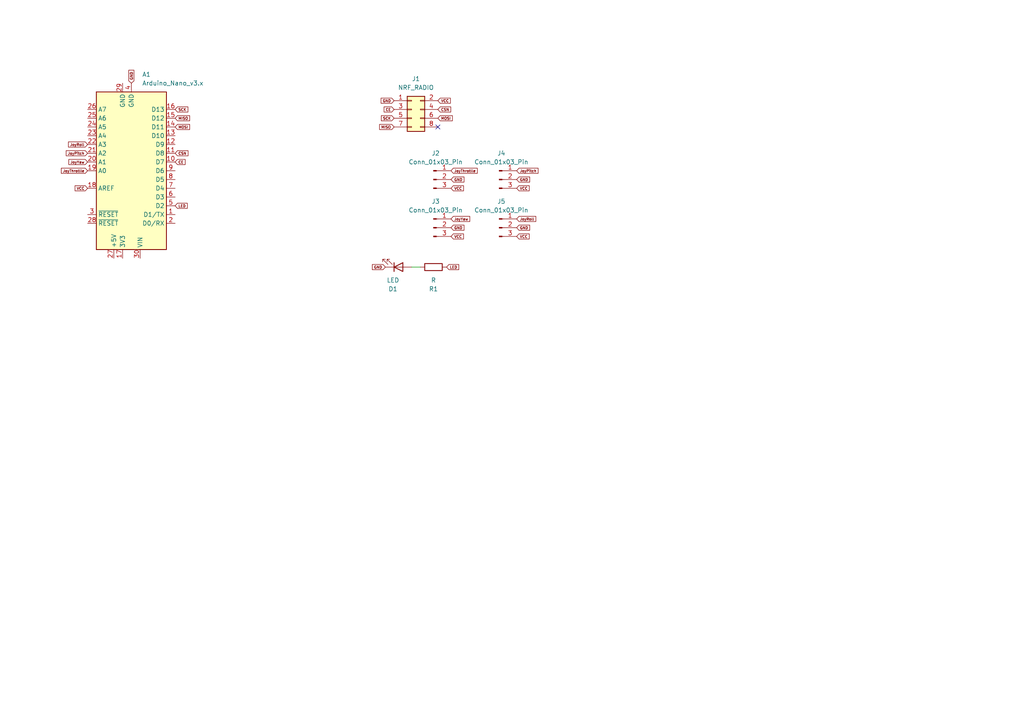
<source format=kicad_sch>
(kicad_sch (version 20250114) (generator "eeschema") (generator_version "9.0")
  (paper "A4")
  (lib_symbols
    (symbol "Connector:Conn_01x03_Pin" (pin_names (offset 1.016) (hide yes))
      (property "Reference" "J" (at 0 5.08 0))
      (property "Value" "Conn_01x03_Pin" (at 0 -5.08 0))
      (symbol "Conn_01x03_Pin_1_1"
        (rectangle (start 0.8636 2.667) (end 0 2.413) (stroke (width 0.1524)) (fill (type outline)))
        (rectangle (start 0.8636 0.127) (end 0 -0.127) (stroke (width 0.1524)) (fill (type outline)))
        (rectangle (start 0.8636 -2.413) (end 0 -2.667) (stroke (width 0.1524)) (fill (type outline)))
        (polyline (pts (xy 1.27 2.54) (xy 0.8636 2.54)) (stroke (width 0.1524)))
        (polyline (pts (xy 1.27 0) (xy 0.8636 0)) (stroke (width 0.1524)))
        (polyline (pts (xy 1.27 -2.54) (xy 0.8636 -2.54)) (stroke (width 0.1524)))
        (pin passive line (at 5.08 2.54 180) (length 3.81) (name "Pin_1") (number "1"))
        (pin passive line (at 5.08 0 180) (length 3.81) (name "Pin_2") (number "2"))
        (pin passive line (at 5.08 -2.54 180) (length 3.81) (name "Pin_3") (number "3"))
      )
    )
    (symbol "Connector_Generic:Conn_02x04_Odd_Even" (pin_names (offset 1.016) (hide yes))
      (property "Reference" "J" (at 1.27 5.08 0))
      (property "Value" "Conn_02x04_Odd_Even" (at 1.27 -7.62 0))
      (symbol "Conn_02x04_Odd_Even_1_1"
        (rectangle (start -1.27 3.81) (end 3.81 -6.35) (stroke (width 0.254)) (fill (type background)))
        (rectangle (start -1.27 2.667) (end 0 2.413) (stroke (width 0.1524)))
        (rectangle (start -1.27 0.127) (end 0 -0.127) (stroke (width 0.1524)))
        (rectangle (start -1.27 -2.413) (end 0 -2.667) (stroke (width 0.1524)))
        (rectangle (start -1.27 -4.953) (end 0 -5.207) (stroke (width 0.1524)))
        (rectangle (start 3.81 2.667) (end 2.54 2.413) (stroke (width 0.1524)))
        (rectangle (start 3.81 0.127) (end 2.54 -0.127) (stroke (width 0.1524)))
        (rectangle (start 3.81 -2.413) (end 2.54 -2.667) (stroke (width 0.1524)))
        (rectangle (start 3.81 -4.953) (end 2.54 -5.207) (stroke (width 0.1524)))
        (pin passive line (at -5.08 2.54 0) (length 3.81) (name "Pin_1") (number "1"))
        (pin passive line (at -5.08 0 0) (length 3.81) (name "Pin_3") (number "3"))
        (pin passive line (at -5.08 -2.54 0) (length 3.81) (name "Pin_5") (number "5"))
        (pin passive line (at -5.08 -5.08 0) (length 3.81) (name "Pin_7") (number "7"))
        (pin passive line (at 7.62 2.54 180) (length 3.81) (name "Pin_2") (number "2"))
        (pin passive line (at 7.62 0 180) (length 3.81) (name "Pin_4") (number "4"))
        (pin passive line (at 7.62 -2.54 180) (length 3.81) (name "Pin_6") (number "6"))
        (pin passive line (at 7.62 -5.08 180) (length 3.81) (name "Pin_8") (number "8"))
      )
    )
    (symbol "Device:LED" (pin_numbers (hide yes)) (pin_names (offset 1.016) (hide yes))
      (property "Reference" "D" (at 0 2.54 0))
      (property "Value" "LED" (at 0 -2.54 0))
      (symbol "LED_0_1"
        (polyline (pts (xy -3.048 -0.762) (xy -4.572 -2.286) (xy -3.81 -2.286) (xy -4.572 -2.286) (xy -4.572 -1.524)))
        (polyline (pts (xy -1.778 -0.762) (xy -3.302 -2.286) (xy -2.54 -2.286) (xy -3.302 -2.286) (xy -3.302 -1.524)))
        (polyline (pts (xy -1.27 0) (xy 1.27 0)))
        (polyline (pts (xy -1.27 -1.27) (xy -1.27 1.27)) (stroke (width 0.254)))
        (polyline (pts (xy 1.27 -1.27) (xy 1.27 1.27) (xy -1.27 0) (xy 1.27 -1.27)) (stroke (width 0.254)))
      )
      (symbol "LED_1_1"
        (pin passive line (at -3.81 0 0) (length 2.54) (name "K") (number "1"))
        (pin passive line (at 3.81 0 180) (length 2.54) (name "A") (number "2"))
      )
    )
    (symbol "Device:R" (pin_numbers (hide yes)) (pin_names (offset 0))
      (property "Reference" "R" (at 2.032 0 90))
      (property "Value" "R" (at 0 0 90))
      (symbol "R_0_1"
        (rectangle (start -1.016 -2.54) (end 1.016 2.54) (stroke (width 0.254)))
      )
      (symbol "R_1_1"
        (pin passive line (at 0 3.81 270) (length 1.27) (name "~") (number "1"))
        (pin passive line (at 0 -3.81 90) (length 1.27) (name "~") (number "2"))
      )
    )
    (symbol "MCU_Module:Arduino_Nano_v3.x"
      (property "Reference" "A" (at -10.16 23.495 0))
      (property "Value" "Arduino_Nano_v3.x" (at 5.08 -24.13 0))
      (symbol "Arduino_Nano_v3.x_0_1"
        (rectangle (start -10.16 22.86) (end 10.16 -22.86) (stroke (width 0.254)) (fill (type background)))
      )
      (symbol "Arduino_Nano_v3.x_1_1"
        (pin bidirectional line (at -12.7 15.24 0) (length 2.54) (name "D0/RX") (number "2"))
        (pin bidirectional line (at -12.7 12.7 0) (length 2.54) (name "D1/TX") (number "1"))
        (pin bidirectional line (at -12.7 10.16 0) (length 2.54) (name "D2") (number "5"))
        (pin bidirectional line (at -12.7 7.62 0) (length 2.54) (name "D3") (number "6"))
        (pin bidirectional line (at -12.7 5.08 0) (length 2.54) (name "D4") (number "7"))
        (pin bidirectional line (at -12.7 2.54 0) (length 2.54) (name "D5") (number "8"))
        (pin bidirectional line (at -12.7 0 0) (length 2.54) (name "D6") (number "9"))
        (pin bidirectional line (at -12.7 -2.54 0) (length 2.54) (name "D7") (number "10"))
        (pin bidirectional line (at -12.7 -5.08 0) (length 2.54) (name "D8") (number "11"))
        (pin bidirectional line (at -12.7 -7.62 0) (length 2.54) (name "D9") (number "12"))
        (pin bidirectional line (at -12.7 -10.16 0) (length 2.54) (name "D10") (number "13"))
        (pin bidirectional line (at -12.7 -12.7 0) (length 2.54) (name "D11") (number "14"))
        (pin bidirectional line (at -12.7 -15.24 0) (length 2.54) (name "D12") (number "15"))
        (pin bidirectional line (at -12.7 -17.78 0) (length 2.54) (name "D13") (number "16"))
        (pin power_in line (at -2.54 25.4 270) (length 2.54) (name "VIN") (number "30"))
        (pin power_in line (at 0 -25.4 90) (length 2.54) (name "GND") (number "4"))
        (pin power_out line (at 2.54 25.4 270) (length 2.54) (name "3V3") (number "17"))
        (pin power_in line (at 2.54 -25.4 90) (length 2.54) (name "GND") (number "29"))
        (pin power_out line (at 5.08 25.4 270) (length 2.54) (name "+5V") (number "27"))
        (pin input line (at 12.7 15.24 180) (length 2.54) (name "~{RESET}") (number "28"))
        (pin input line (at 12.7 12.7 180) (length 2.54) (name "~{RESET}") (number "3"))
        (pin input line (at 12.7 5.08 180) (length 2.54) (name "AREF") (number "18"))
        (pin bidirectional line (at 12.7 0 180) (length 2.54) (name "A0") (number "19"))
        (pin bidirectional line (at 12.7 -2.54 180) (length 2.54) (name "A1") (number "20"))
        (pin bidirectional line (at 12.7 -5.08 180) (length 2.54) (name "A2") (number "21"))
        (pin bidirectional line (at 12.7 -7.62 180) (length 2.54) (name "A3") (number "22"))
        (pin bidirectional line (at 12.7 -10.16 180) (length 2.54) (name "A4") (number "23"))
        (pin bidirectional line (at 12.7 -12.7 180) (length 2.54) (name "A5") (number "24"))
        (pin bidirectional line (at 12.7 -15.24 180) (length 2.54) (name "A6") (number "25"))
        (pin bidirectional line (at 12.7 -17.78 180) (length 2.54) (name "A7") (number "26"))
      )
    )
  )
  (no_connect (at 127 36.83))
  (wire (pts (xy 119.38 77.47) (xy 121.92 77.47)))
  (global_label "MISO" (shape input) (at 50.8 34.29 0) (effects (font (size 0.762 0.762))) (property "Intersheetrefs" "${INTERSHEET_REFS}" (effects (hide yes))))
  (global_label "MISO" (shape input) (at 114.3 36.83 180) (effects (font (size 0.762 0.762))) (property "Intersheetrefs" "${INTERSHEET_REFS}" (effects (hide yes))))
  (global_label "MOSI" (shape input) (at 50.8 36.83 0) (effects (font (size 0.762 0.762))) (property "Intersheetrefs" "${INTERSHEET_REFS}" (effects (hide yes))))
  (global_label "VCC" (shape input) (at 149.86 54.61 0) (effects (font (size 0.762 0.762))) (property "Intersheetrefs" "${INTERSHEET_REFS}" (effects (hide yes))))
  (global_label "VCC" (shape input) (at 127 29.21 0) (effects (font (size 0.762 0.762))) (property "Intersheetrefs" "${INTERSHEET_REFS}" (effects (hide yes))))
  (global_label "JoyYaw" (shape input) (at 130.81 63.5 0) (effects (font (size 0.762 0.762))) (property "Intersheetrefs" "${INTERSHEET_REFS}" (effects (hide yes))))
  (global_label "JoyThrotlle" (shape input) (at 25.4 49.53 180) (effects (font (size 0.762 0.762))) (property "Intersheetrefs" "${INTERSHEET_REFS}" (effects (hide yes))))
  (global_label "MOSI" (shape input) (at 127 34.29 0) (effects (font (size 0.762 0.762))) (property "Intersheetrefs" "${INTERSHEET_REFS}" (effects (hide yes))))
  (global_label "SCK" (shape input) (at 50.8 31.75 0) (effects (font (size 0.762 0.762))) (property "Intersheetrefs" "${INTERSHEET_REFS}" (effects (hide yes))))
  (global_label "SCK" (shape input) (at 114.3 34.29 180) (effects (font (size 0.762 0.762))) (property "Intersheetrefs" "${INTERSHEET_REFS}" (effects (hide yes))))
  (global_label "CSN" (shape input) (at 127 31.75 0) (effects (font (size 0.762 0.762))) (property "Intersheetrefs" "${INTERSHEET_REFS}" (effects (hide yes))))
  (global_label "GND" (shape input) (at 38.1 24.13 90) (effects (font (size 0.762 0.762))) (property "Intersheetrefs" "${INTERSHEET_REFS}" (effects (hide yes))))
  (global_label "JoyPitch" (shape input) (at 149.86 49.53 0) (effects (font (size 0.762 0.762))) (property "Intersheetrefs" "${INTERSHEET_REFS}" (effects (hide yes))))
  (global_label "VCC" (shape input) (at 130.81 68.58 0) (effects (font (size 0.762 0.762))) (property "Intersheetrefs" "${INTERSHEET_REFS}" (effects (hide yes))))
  (global_label "JoyRoll" (shape input) (at 25.4 41.91 180) (effects (font (size 0.762 0.762))) (property "Intersheetrefs" "${INTERSHEET_REFS}" (effects (hide yes))))
  (global_label "LED" (shape input) (at 50.8 59.69 0) (effects (font (size 0.762 0.762))) (property "Intersheetrefs" "${INTERSHEET_REFS}" (effects (hide yes))))
  (global_label "LED" (shape input) (at 129.54 77.47 0) (effects (font (size 0.762 0.762))) (property "Intersheetrefs" "${INTERSHEET_REFS}" (effects (hide yes))))
  (global_label "VCC" (shape input) (at 130.81 54.61 0) (effects (font (size 0.762 0.762))) (property "Intersheetrefs" "${INTERSHEET_REFS}" (effects (hide yes))))
  (global_label "GND" (shape input) (at 111.76 77.47 180) (effects (font (size 0.762 0.762))) (property "Intersheetrefs" "${INTERSHEET_REFS}" (effects (hide yes))))
  (global_label "VCC" (shape input) (at 25.4 54.61 180) (effects (font (size 0.762 0.762))) (property "Intersheetrefs" "${INTERSHEET_REFS}" (effects (hide yes))))
  (global_label "GND" (shape input) (at 149.86 66.04 0) (effects (font (size 0.762 0.762))) (property "Intersheetrefs" "${INTERSHEET_REFS}" (effects (hide yes))))
  (global_label "JoyPitch" (shape input) (at 25.4 44.45 180) (effects (font (size 0.762 0.762))) (property "Intersheetrefs" "${INTERSHEET_REFS}" (effects (hide yes))))
  (global_label "JoyRoll" (shape input) (at 149.86 63.5 0) (effects (font (size 0.762 0.762))) (property "Intersheetrefs" "${INTERSHEET_REFS}" (effects (hide yes))))
  (global_label "VCC" (shape input) (at 149.86 68.58 0) (effects (font (size 0.762 0.762))) (property "Intersheetrefs" "${INTERSHEET_REFS}" (effects (hide yes))))
  (global_label "CE" (shape input) (at 50.8 46.99 0) (effects (font (size 0.762 0.762))) (property "Intersheetrefs" "${INTERSHEET_REFS}" (effects (hide yes))))
  (global_label "GND" (shape input) (at 114.3 29.21 180) (effects (font (size 0.762 0.762))) (property "Intersheetrefs" "${INTERSHEET_REFS}" (effects (hide yes))))
  (global_label "JoyThrotlle" (shape input) (at 130.81 49.53 0) (effects (font (size 0.762 0.762))) (property "Intersheetrefs" "${INTERSHEET_REFS}" (effects (hide yes))))
  (global_label "CE" (shape input) (at 114.3 31.75 180) (effects (font (size 0.762 0.762))) (property "Intersheetrefs" "${INTERSHEET_REFS}" (effects (hide yes))))
  (global_label "CSN" (shape input) (at 50.8 44.45 0) (effects (font (size 0.762 0.762))) (property "Intersheetrefs" "${INTERSHEET_REFS}" (effects (hide yes))))
  (global_label "GND" (shape input) (at 149.86 52.07 0) (effects (font (size 0.762 0.762))) (property "Intersheetrefs" "${INTERSHEET_REFS}" (effects (hide yes))))
  (global_label "GND" (shape input) (at 130.81 66.04 0) (effects (font (size 0.762 0.762))) (property "Intersheetrefs" "${INTERSHEET_REFS}" (effects (hide yes))))
  (global_label "GND" (shape input) (at 130.81 52.07 0) (effects (font (size 0.762 0.762))) (property "Intersheetrefs" "${INTERSHEET_REFS}" (effects (hide yes))))
  (global_label "JoyYaw" (shape input) (at 25.4 46.99 180) (effects (font (size 0.762 0.762))) (property "Intersheetrefs" "${INTERSHEET_REFS}" (effects (hide yes))))
  (symbol (lib_id "Device:LED") (at 115.57 77.47 0) (mirror x) (unit 1)
    (property "Reference" "D1" (at 113.9825 83.82 0))
    (property "Value" "LED" (at 113.9825 81.28 0))
    (property "Description" "Light emitting diode" (effects (hide yes)))
    (property "Sim.Pins" "1=K 2=A" (effects (hide yes)))
  )
  (symbol (lib_id "Connector:Conn_01x03_Pin") (at 125.73 66.04 0) (unit 1)
    (property "Reference" "J3" (at 126.365 58.42 0))
    (property "Value" "Conn_01x03_Pin" (at 126.365 60.96 0))
    (property "Description" "Generic connector, single row, 01x03, script generated" (effects (hide yes)))
  )
  (symbol (lib_id "MCU_Module:Arduino_Nano_v3.x") (at 38.1 49.53 180) (unit 1)
    (property "Reference" "A1" (at 41.2181 21.59 0) (effects (justify right)))
    (property "Value" "Arduino_Nano_v3.x" (at 41.2181 24.13 0) (effects (justify right)))
    (property "Footprint" "Module:Arduino_Nano" (effects (hide yes)))
    (property "Datasheet" "http://www.mouser.com/pdfdocs/Gravitech_Arduino_Nano3_0.pdf" (effects (hide yes)))
    (property "Description" "Arduino Nano v3.x" (effects (hide yes)))
  )
  (symbol (lib_id "Connector:Conn_01x03_Pin") (at 144.78 52.07 0) (unit 1)
    (property "Reference" "J4" (at 145.415 44.45 0))
    (property "Value" "Conn_01x03_Pin" (at 145.415 46.99 0))
    (property "Description" "Generic connector, single row, 01x03, script generated" (effects (hide yes)))
  )
  (symbol (lib_id "Device:R") (at 125.73 77.47 90) (mirror x) (unit 1)
    (property "Reference" "R1" (at 125.73 83.82 90))
    (property "Value" "R" (at 125.73 81.28 90))
    (property "Description" "Resistor" (effects (hide yes)))
  )
  (symbol (lib_id "Connector:Conn_01x03_Pin") (at 144.78 66.04 0) (unit 1)
    (property "Reference" "J5" (at 145.415 58.42 0))
    (property "Value" "Conn_01x03_Pin" (at 145.415 60.96 0))
    (property "Description" "Generic connector, single row, 01x03, script generated" (effects (hide yes)))
  )
  (symbol (lib_id "Connector_Generic:Conn_02x04_Odd_Even") (at 119.38 31.75 0) (unit 1)
    (property "Reference" "J1" (at 120.65 22.86 0))
    (property "Value" "NRF_RADIO" (at 120.65 25.4 0))
    (property "Description" "Generic connector, double row, 02x04, odd/even pin numbering scheme (row 1 odd numbers, row 2 even numbers), script generated (kicad-library-utils/schlib/autogen/connector/)" (effects (hide yes)))
  )
  (symbol (lib_id "Connector:Conn_01x03_Pin") (at 125.73 52.07 0) (unit 1)
    (property "Reference" "J2" (at 126.365 44.45 0))
    (property "Value" "Conn_01x03_Pin" (at 126.365 46.99 0))
    (property "Description" "Generic connector, single row, 01x03, script generated" (effects (hide yes)))
  )
)
</source>
